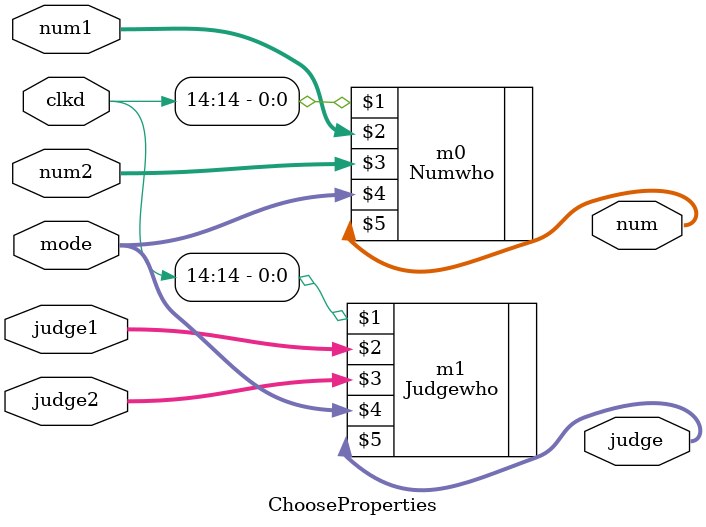
<source format=v>
`timescale 1ns / 1ps
module ChooseProperties(
input [31:0] clkd,
input [63:0] num1,num2,
input [15:0] judge1,judge2,
input [3:0]mode,
output [63:0]num,
output [15:0]judge
    );
	Numwho        m0(clkd[14],num1,num2,mode,num);
	Judgewho      m1(clkd[14],judge1,judge2,mode,judge);
	

endmodule

</source>
